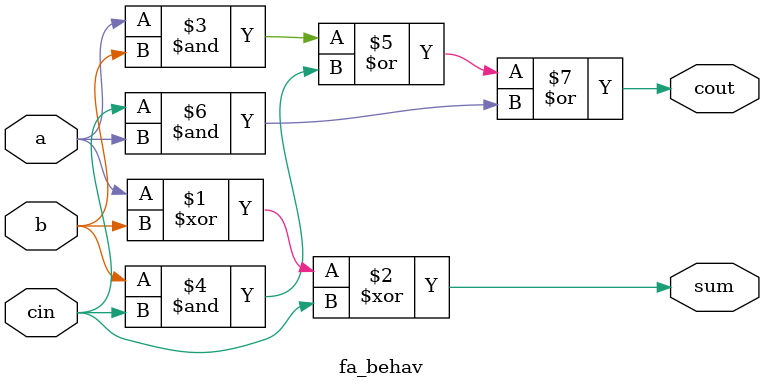
<source format=v>
module fa_behav( input a, input b, input cin, output cout, output sum);
  assign sum= a^b ^cin;
  assign cout= a&b | b&cin |cin&a;
endmodule

</source>
